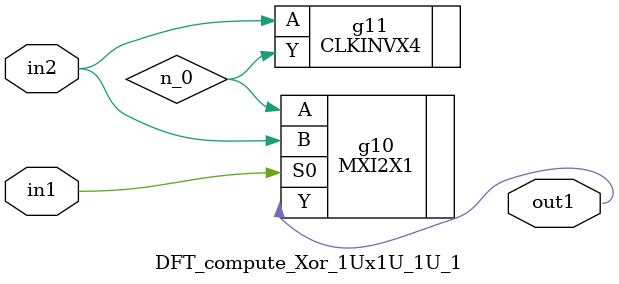
<source format=v>
`timescale 1ps / 1ps


module DFT_compute_Xor_1Ux1U_1U_1(in2, in1, out1);
  input in2, in1;
  output out1;
  wire in2, in1;
  wire out1;
  wire n_0;
  MXI2X1 g10(.A (n_0), .B (in2), .S0 (in1), .Y (out1));
  CLKINVX4 g11(.A (in2), .Y (n_0));
endmodule



</source>
